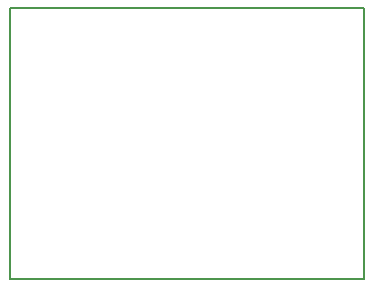
<source format=gbr>
%TF.GenerationSoftware,KiCad,Pcbnew,(5.1.10-1-10_14)*%
%TF.CreationDate,2021-08-31T12:45:11-05:00*%
%TF.ProjectId,wireless_measurement_ard,77697265-6c65-4737-935f-6d6561737572,rev?*%
%TF.SameCoordinates,Original*%
%TF.FileFunction,Profile,NP*%
%FSLAX46Y46*%
G04 Gerber Fmt 4.6, Leading zero omitted, Abs format (unit mm)*
G04 Created by KiCad (PCBNEW (5.1.10-1-10_14)) date 2021-08-31 12:45:11*
%MOMM*%
%LPD*%
G01*
G04 APERTURE LIST*
%TA.AperFunction,Profile*%
%ADD10C,0.150000*%
%TD*%
G04 APERTURE END LIST*
D10*
X110000000Y-98000000D02*
X110000000Y-75000000D01*
X110000000Y-98000000D02*
X140000000Y-98000000D01*
X140000000Y-75000000D02*
X140000000Y-98000000D01*
X110000000Y-75000000D02*
X140000000Y-75000000D01*
M02*

</source>
